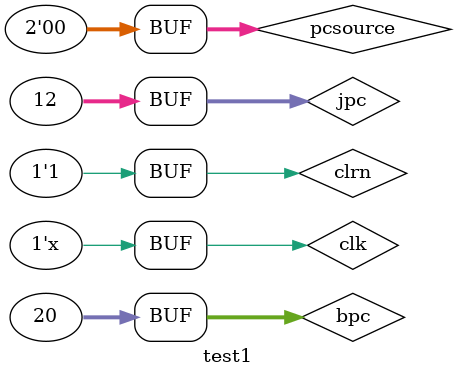
<source format=v>
`timescale 1ns / 1ps


module test1;

	// Inputs
	reg clk;
	reg clrn;
	reg [1:0] pcsource;
	reg [31:0] bpc;
	reg [31:0] jpc;

	// Outputs
	wire [31:0] pc4;
	wire [31:0] inst;
	wire [31:0] PC;

	// Instantiate the Unit Under Test (UUT)
	IF_STAGE uut (
		.clk(clk), 
		.clrn(clrn), 
		.pcsource(pcsource), 
		.bpc(bpc), 
		.jpc(jpc), 
		.pc4(pc4), 
		.inst(inst), 
		.PC(PC)
	);

	initial begin
		// Initialize Inputs
		clk = 0;
		clrn = 0;
		pcsource = 0;
		bpc = 0;
		jpc = 0;

		// Wait 100 ns for global reset to finish
		#100;
		clrn=1;bpc=32'h00000014;jpc=32'h0000000c;pcsource=2'b00;
		#100;
		clrn=1;bpc=32'h00000014;jpc=32'h0000000c;pcsource=2'b01;
		#100;
		clrn=1;bpc=32'h00000014;jpc=32'h0000000c;pcsource=2'b10;
		#100;
		clrn=1;bpc=32'h00000014;jpc=32'h0000000c;pcsource=2'b11;
		#100;
		clrn=1;bpc=32'h00000014;jpc=32'h0000000c;pcsource=2'b00;
        
		// Add stimulus here

	end
	always #50 clk=~clk;
      
endmodule


</source>
